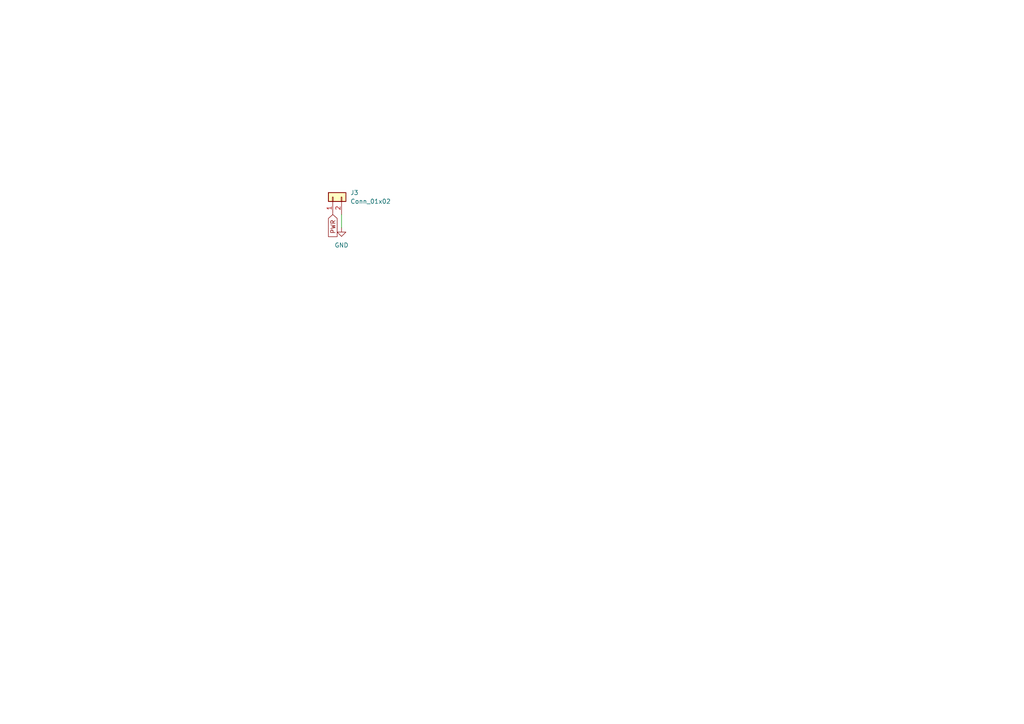
<source format=kicad_sch>
(kicad_sch (version 20211123) (generator eeschema)

  (uuid fd303bc6-5995-43db-b4e2-eca472dfb8f9)

  (paper "A4")

  (title_block
    (title "Alimentación de la placa de suelo")
    (date "2023-06-10")
    (company "UC3M")
    (comment 1 "Alimentación proveniente de la batería.")
  )

  (lib_symbols
    (symbol "Connector_Generic:Conn_01x02" (pin_names (offset 1.016) hide) (in_bom yes) (on_board yes)
      (property "Reference" "J" (id 0) (at 0 2.54 0)
        (effects (font (size 1.27 1.27)))
      )
      (property "Value" "Conn_01x02" (id 1) (at 0 -5.08 0)
        (effects (font (size 1.27 1.27)))
      )
      (property "Footprint" "" (id 2) (at 0 0 0)
        (effects (font (size 1.27 1.27)) hide)
      )
      (property "Datasheet" "~" (id 3) (at 0 0 0)
        (effects (font (size 1.27 1.27)) hide)
      )
      (property "ki_keywords" "connector" (id 4) (at 0 0 0)
        (effects (font (size 1.27 1.27)) hide)
      )
      (property "ki_description" "Generic connector, single row, 01x02, script generated (kicad-library-utils/schlib/autogen/connector/)" (id 5) (at 0 0 0)
        (effects (font (size 1.27 1.27)) hide)
      )
      (property "ki_fp_filters" "Connector*:*_1x??_*" (id 6) (at 0 0 0)
        (effects (font (size 1.27 1.27)) hide)
      )
      (symbol "Conn_01x02_1_1"
        (rectangle (start -1.27 -2.413) (end 0 -2.667)
          (stroke (width 0.1524) (type default) (color 0 0 0 0))
          (fill (type none))
        )
        (rectangle (start -1.27 0.127) (end 0 -0.127)
          (stroke (width 0.1524) (type default) (color 0 0 0 0))
          (fill (type none))
        )
        (rectangle (start -1.27 1.27) (end 1.27 -3.81)
          (stroke (width 0.254) (type default) (color 0 0 0 0))
          (fill (type background))
        )
        (pin passive line (at -5.08 0 0) (length 3.81)
          (name "Pin_1" (effects (font (size 1.27 1.27))))
          (number "1" (effects (font (size 1.27 1.27))))
        )
        (pin passive line (at -5.08 -2.54 0) (length 3.81)
          (name "Pin_2" (effects (font (size 1.27 1.27))))
          (number "2" (effects (font (size 1.27 1.27))))
        )
      )
    )
    (symbol "power:GND" (power) (pin_names (offset 0)) (in_bom yes) (on_board yes)
      (property "Reference" "#PWR" (id 0) (at 0 -6.35 0)
        (effects (font (size 1.27 1.27)) hide)
      )
      (property "Value" "GND" (id 1) (at 0 -3.81 0)
        (effects (font (size 1.27 1.27)))
      )
      (property "Footprint" "" (id 2) (at 0 0 0)
        (effects (font (size 1.27 1.27)) hide)
      )
      (property "Datasheet" "" (id 3) (at 0 0 0)
        (effects (font (size 1.27 1.27)) hide)
      )
      (property "ki_keywords" "power-flag" (id 4) (at 0 0 0)
        (effects (font (size 1.27 1.27)) hide)
      )
      (property "ki_description" "Power symbol creates a global label with name \"GND\" , ground" (id 5) (at 0 0 0)
        (effects (font (size 1.27 1.27)) hide)
      )
      (symbol "GND_0_1"
        (polyline
          (pts
            (xy 0 0)
            (xy 0 -1.27)
            (xy 1.27 -1.27)
            (xy 0 -2.54)
            (xy -1.27 -1.27)
            (xy 0 -1.27)
          )
          (stroke (width 0) (type default) (color 0 0 0 0))
          (fill (type none))
        )
      )
      (symbol "GND_1_1"
        (pin power_in line (at 0 0 270) (length 0) hide
          (name "GND" (effects (font (size 1.27 1.27))))
          (number "1" (effects (font (size 1.27 1.27))))
        )
      )
    )
  )


  (wire (pts (xy 99.06 66.04) (xy 99.06 62.23))
    (stroke (width 0) (type default) (color 0 0 0 0))
    (uuid 373b65fc-cb4d-4e58-9538-d55bcf8c5a1b)
  )

  (global_label "PWR" (shape input) (at 96.52 62.23 270) (fields_autoplaced)
    (effects (font (size 1.27 1.27)) (justify right))
    (uuid 577b32cc-4521-4499-b754-db3f44f6bd9f)
    (property "Intersheet References" "${INTERSHEET_REFS}" (id 0) (at 96.4406 68.6345 90)
      (effects (font (size 1.27 1.27)) (justify right) hide)
    )
  )

  (symbol (lib_id "Connector_Generic:Conn_01x02") (at 96.52 57.15 90) (unit 1)
    (in_bom yes) (on_board yes) (fields_autoplaced)
    (uuid 029ed3e8-dbe9-4b8b-b0fd-9a4aaf2197f9)
    (property "Reference" "J3" (id 0) (at 101.6 55.8799 90)
      (effects (font (size 1.27 1.27)) (justify right))
    )
    (property "Value" "Conn_01x02" (id 1) (at 101.6 58.4199 90)
      (effects (font (size 1.27 1.27)) (justify right))
    )
    (property "Footprint" "Connector_PinHeader_2.54mm:PinHeader_1x02_P2.54mm_Vertical" (id 2) (at 96.52 57.15 0)
      (effects (font (size 1.27 1.27)) hide)
    )
    (property "Datasheet" "~" (id 3) (at 96.52 57.15 0)
      (effects (font (size 1.27 1.27)) hide)
    )
    (pin "1" (uuid 90439ab7-786e-402e-8aa9-8afd9bab916f))
    (pin "2" (uuid 90b3cfd7-6034-41e4-a0a1-afdf5ec3c01b))
  )

  (symbol (lib_id "power:GND") (at 99.06 66.04 0) (unit 1)
    (in_bom yes) (on_board yes) (fields_autoplaced)
    (uuid d5019a3b-1c80-4559-be21-d349cf3e62a2)
    (property "Reference" "#PWR0104" (id 0) (at 99.06 72.39 0)
      (effects (font (size 1.27 1.27)) hide)
    )
    (property "Value" "GND" (id 1) (at 99.06 71.12 0))
    (property "Footprint" "" (id 2) (at 99.06 66.04 0)
      (effects (font (size 1.27 1.27)) hide)
    )
    (property "Datasheet" "" (id 3) (at 99.06 66.04 0)
      (effects (font (size 1.27 1.27)) hide)
    )
    (pin "1" (uuid 42b0c75b-6327-44f6-9c59-4de167a023a3))
  )
)

</source>
